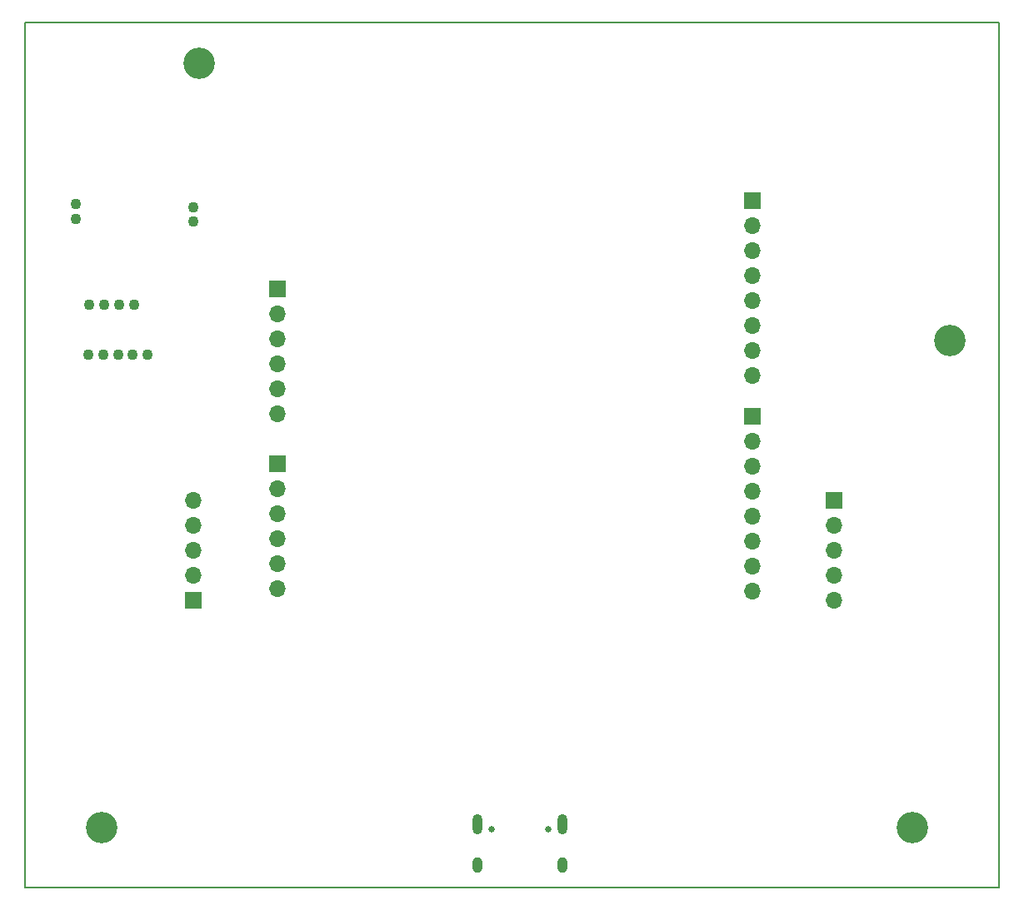
<source format=gbr>
%TF.GenerationSoftware,KiCad,Pcbnew,(5.1.0)-1*%
%TF.CreationDate,2019-07-18T10:11:44+02:00*%
%TF.ProjectId,Timelapsebuild_Control,54696d65-6c61-4707-9365-6275696c645f,rev?*%
%TF.SameCoordinates,Original*%
%TF.FileFunction,Soldermask,Bot*%
%TF.FilePolarity,Negative*%
%FSLAX46Y46*%
G04 Gerber Fmt 4.6, Leading zero omitted, Abs format (unit mm)*
G04 Created by KiCad (PCBNEW (5.1.0)-1) date 2019-07-18 10:11:44*
%MOMM*%
%LPD*%
G04 APERTURE LIST*
%ADD10C,0.150000*%
%ADD11C,3.200000*%
%ADD12O,1.700000X1.700000*%
%ADD13R,1.700000X1.700000*%
%ADD14O,1.000000X1.600000*%
%ADD15O,1.000000X2.100000*%
%ADD16C,0.650000*%
%ADD17C,1.100000*%
G04 APERTURE END LIST*
D10*
X95000000Y-139500000D02*
X95000000Y-51500000D01*
X194000000Y-139500000D02*
X95000000Y-139500000D01*
X194000000Y-51500000D02*
X194000000Y-139500000D01*
X95000000Y-51500000D02*
X194000000Y-51500000D01*
D11*
X112649000Y-55651400D03*
X188950600Y-83870800D03*
X185140600Y-133400800D03*
X102768400Y-133400800D03*
D12*
X168928000Y-101703400D03*
X168928000Y-96623400D03*
X168928000Y-104243400D03*
X168928000Y-106783400D03*
X168928000Y-109323400D03*
X168928000Y-99163400D03*
X168928000Y-94083400D03*
D13*
X168928000Y-91543400D03*
D12*
X168928000Y-79793400D03*
X168928000Y-74713400D03*
X168928000Y-82333400D03*
X168928000Y-84873400D03*
X168928000Y-87413400D03*
X168928000Y-77253400D03*
X168928000Y-72173400D03*
D13*
X168928000Y-69633400D03*
D12*
X120663000Y-101513400D03*
X120663000Y-98973400D03*
D13*
X120663000Y-96433400D03*
D12*
X120663000Y-106593400D03*
X120663000Y-104053400D03*
X120663000Y-109133400D03*
X120663000Y-83683400D03*
X120663000Y-81143400D03*
D13*
X120663000Y-78603400D03*
D12*
X120663000Y-88763400D03*
X120663000Y-86223400D03*
X120663000Y-91303400D03*
X177165000Y-110266800D03*
D13*
X177165000Y-100106800D03*
D12*
X177165000Y-105186800D03*
X177165000Y-107726800D03*
X177165000Y-102646800D03*
X112115600Y-100146800D03*
D13*
X112115600Y-110306800D03*
D12*
X112115600Y-105226800D03*
X112115600Y-102686800D03*
X112115600Y-107766800D03*
D14*
X140942600Y-137203200D03*
D15*
X140942600Y-133023200D03*
D16*
X148152600Y-133553200D03*
X142387600Y-133553200D03*
D14*
X149582600Y-137203200D03*
D15*
X149582600Y-133023200D03*
D17*
X101545000Y-80238600D03*
X103045000Y-80238600D03*
X104545000Y-80238600D03*
X106045000Y-80238600D03*
X101442000Y-85344000D03*
X102942000Y-85344000D03*
X104442000Y-85344000D03*
X105942000Y-85344000D03*
X107442000Y-85344000D03*
X100177600Y-71502400D03*
X100177600Y-70002400D03*
X112090200Y-70281800D03*
X112090200Y-71781800D03*
M02*

</source>
